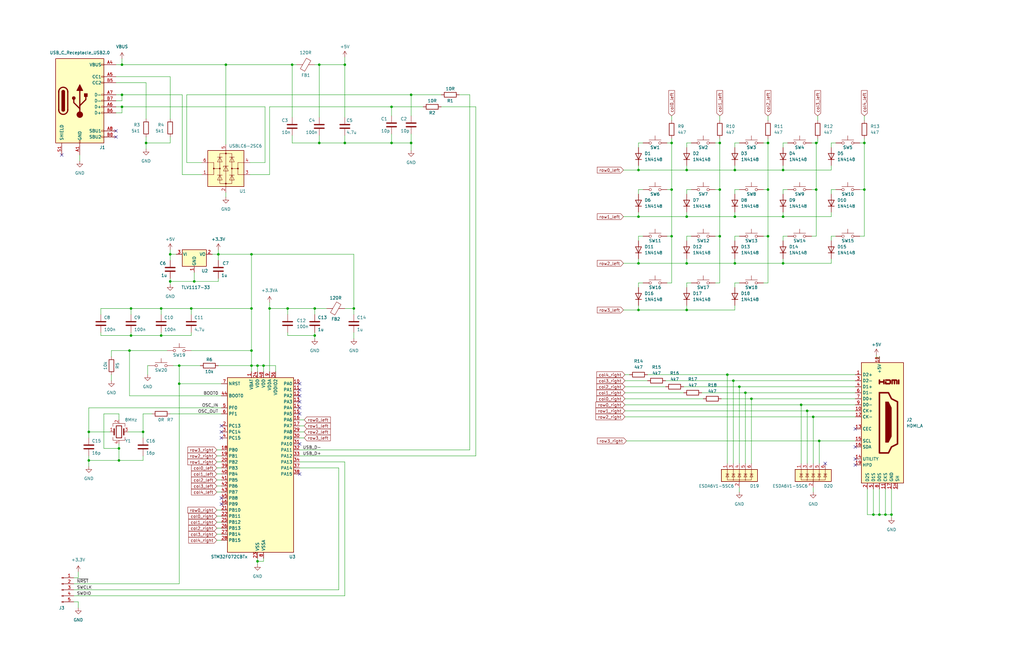
<source format=kicad_sch>
(kicad_sch (version 20230121) (generator eeschema)
  (paper "B")
  (junction (at 289.56 91.44))
  (junction (at 344.17 80.01))
  (junction (at 108.585 154.305))
  (junction (at 75.565 154.305))
  (junction (at 121.285 130.175))
  (junction (at 106.045 130.175))
  (junction (at 134.62 60.325))
  (junction (at 71.755 107.315))
  (junction (at 60.325 182.245))
  (junction (at 149.225 130.175))
  (junction (at 306.705 158.115))
  (junction (at 345.44 186.055))
  (junction (at 303.53 80.01))
  (junction (at 132.715 130.175))
  (junction (at 145.415 60.325))
  (junction (at 309.88 71.755))
  (junction (at 108.585 236.855))
  (junction (at 342.9 175.895))
  (junction (at 111.125 154.305))
  (junction (at 92.075 107.315))
  (junction (at 344.17 60.325))
  (junction (at 67.945 141.605))
  (junction (at 330.2 71.755))
  (junction (at 323.85 99.695))
  (junction (at 113.665 130.175))
  (junction (at 289.56 71.755))
  (junction (at 303.53 60.325))
  (junction (at 165.1 45.085))
  (junction (at 132.715 141.605))
  (junction (at 283.21 60.325))
  (junction (at 173.355 60.325))
  (junction (at 269.24 91.44))
  (junction (at 323.85 60.325))
  (junction (at 303.53 99.695))
  (junction (at 50.165 189.23))
  (junction (at 330.2 91.44))
  (junction (at 75.565 161.925))
  (junction (at 51.435 27.305))
  (junction (at 375.92 217.17))
  (junction (at 309.88 111.125))
  (junction (at 173.355 40.005))
  (junction (at 368.3 217.17))
  (junction (at 134.62 27.305))
  (junction (at 51.435 40.005))
  (junction (at 269.24 111.125))
  (junction (at 55.245 141.605))
  (junction (at 95.25 27.305))
  (junction (at 165.1 60.325))
  (junction (at 37.465 194.31))
  (junction (at 106.045 154.305))
  (junction (at 80.645 130.175))
  (junction (at 269.24 71.755))
  (junction (at 373.38 217.17))
  (junction (at 55.245 130.175))
  (junction (at 311.785 163.195))
  (junction (at 67.945 130.175))
  (junction (at 340.36 173.355))
  (junction (at 106.045 147.955))
  (junction (at 37.465 182.245))
  (junction (at 51.435 45.085))
  (junction (at 314.325 165.735))
  (junction (at 50.165 194.31))
  (junction (at 71.755 118.745))
  (junction (at 283.21 99.695))
  (junction (at 309.88 91.44))
  (junction (at 289.56 130.81))
  (junction (at 309.245 160.655))
  (junction (at 323.85 80.01))
  (junction (at 330.2 111.125))
  (junction (at 364.49 60.325))
  (junction (at 364.49 80.01))
  (junction (at 337.82 170.815))
  (junction (at 54.61 147.955))
  (junction (at 289.56 111.125))
  (junction (at 61.595 60.325))
  (junction (at 370.84 217.17))
  (junction (at 145.415 27.305))
  (junction (at 123.19 27.305))
  (junction (at 269.24 130.81))
  (junction (at 283.21 80.01))
  (junction (at 81.915 118.745))
  (junction (at 316.865 168.275))
  (junction (at 106.045 107.315))
  (no_connect (at 93.345 212.725))
  (no_connect (at 48.895 55.245))
  (no_connect (at 360.68 196.215))
  (no_connect (at 126.365 174.625))
  (no_connect (at 93.345 210.185))
  (no_connect (at 360.68 188.595))
  (no_connect (at 93.345 179.705))
  (no_connect (at 26.035 65.405))
  (no_connect (at 126.365 187.325))
  (no_connect (at 93.345 182.245))
  (no_connect (at 360.68 193.675))
  (no_connect (at 126.365 172.085))
  (no_connect (at 347.98 195.58))
  (no_connect (at 126.365 161.925))
  (no_connect (at 126.365 167.005))
  (no_connect (at 360.68 180.975))
  (no_connect (at 126.365 169.545))
  (no_connect (at 93.345 184.785))
  (no_connect (at 48.895 57.785))
  (no_connect (at 126.365 200.025))
  (no_connect (at 126.365 164.465))
  (wire (pts (xy 80.645 141.605) (xy 80.645 140.335)))
  (wire (pts (xy 365.76 217.17) (xy 368.3 217.17)))
  (wire (pts (xy 132.715 130.175) (xy 137.795 130.175)))
  (wire (pts (xy 269.24 99.695) (xy 271.145 99.695)))
  (wire (pts (xy 132.715 140.335) (xy 132.715 141.605)))
  (wire (pts (xy 309.88 91.44) (xy 330.2 91.44)))
  (wire (pts (xy 303.53 80.01) (xy 303.53 99.695)))
  (wire (pts (xy 37.465 194.31) (xy 50.165 194.31)))
  (wire (pts (xy 370.84 217.17) (xy 373.38 217.17)))
  (wire (pts (xy 111.125 156.845) (xy 111.125 154.305)))
  (wire (pts (xy 303.53 48.895) (xy 303.53 50.8)))
  (wire (pts (xy 309.88 99.695) (xy 311.785 99.695)))
  (wire (pts (xy 134.62 27.305) (xy 145.415 27.305)))
  (wire (pts (xy 92.075 154.305) (xy 106.045 154.305)))
  (wire (pts (xy 323.85 99.695) (xy 323.85 119.38)))
  (wire (pts (xy 51.435 40.005) (xy 48.895 40.005)))
  (wire (pts (xy 301.625 119.38) (xy 303.53 119.38)))
  (wire (pts (xy 60.325 174.625) (xy 60.325 182.245)))
  (wire (pts (xy 126.365 177.165) (xy 128.27 177.165)))
  (wire (pts (xy 289.56 130.81) (xy 309.88 130.81)))
  (wire (pts (xy 269.24 109.22) (xy 269.24 111.125)))
  (wire (pts (xy 126.365 182.245) (xy 128.27 182.245)))
  (wire (pts (xy 173.355 60.325) (xy 165.1 60.325)))
  (wire (pts (xy 289.56 109.22) (xy 289.56 111.125)))
  (wire (pts (xy 337.82 170.815) (xy 360.68 170.815)))
  (wire (pts (xy 311.785 195.58) (xy 311.785 163.195)))
  (wire (pts (xy 350.52 60.325) (xy 350.52 62.23)))
  (wire (pts (xy 269.24 130.81) (xy 289.56 130.81)))
  (wire (pts (xy 263.525 168.275) (xy 296.545 168.275)))
  (wire (pts (xy 314.325 165.735) (xy 360.68 165.735)))
  (wire (pts (xy 309.88 71.755) (xy 309.88 69.85)))
  (wire (pts (xy 263.525 160.655) (xy 273.05 160.655)))
  (wire (pts (xy 132.715 141.605) (xy 121.285 141.605)))
  (wire (pts (xy 145.415 60.325) (xy 165.1 60.325)))
  (wire (pts (xy 108.585 156.845) (xy 108.585 154.305)))
  (wire (pts (xy 78.74 68.58) (xy 78.74 40.005)))
  (wire (pts (xy 91.44 225.425) (xy 93.345 225.425)))
  (wire (pts (xy 46.99 147.955) (xy 46.99 150.495)))
  (wire (pts (xy 311.785 205.74) (xy 311.785 207.645)))
  (wire (pts (xy 121.285 130.175) (xy 121.285 132.715)))
  (wire (pts (xy 273.05 158.115) (xy 306.705 158.115)))
  (wire (pts (xy 364.49 60.325) (xy 364.49 80.01)))
  (wire (pts (xy 186.055 40.005) (xy 173.355 40.005)))
  (wire (pts (xy 126.365 189.865) (xy 198.12 189.865)))
  (wire (pts (xy 149.225 130.175) (xy 149.225 132.715)))
  (wire (pts (xy 116.205 154.305) (xy 111.125 154.305)))
  (wire (pts (xy 50.165 194.31) (xy 60.325 194.31)))
  (wire (pts (xy 145.415 194.945) (xy 145.415 251.46)))
  (wire (pts (xy 309.88 119.38) (xy 311.785 119.38)))
  (wire (pts (xy 61.595 60.325) (xy 61.595 62.865)))
  (wire (pts (xy 67.945 130.175) (xy 67.945 132.715)))
  (wire (pts (xy 50.165 194.31) (xy 50.165 189.23)))
  (wire (pts (xy 51.435 40.005) (xy 76.835 40.005)))
  (wire (pts (xy 46.99 158.115) (xy 46.99 160.655)))
  (wire (pts (xy 368.3 206.375) (xy 368.3 217.17)))
  (wire (pts (xy 113.665 73.66) (xy 113.665 45.085)))
  (wire (pts (xy 350.52 80.01) (xy 350.52 81.915)))
  (wire (pts (xy 55.245 141.605) (xy 67.945 141.605)))
  (wire (pts (xy 362.585 99.695) (xy 364.49 99.695)))
  (wire (pts (xy 332.105 80.01) (xy 330.2 80.01)))
  (wire (pts (xy 108.585 236.855) (xy 111.125 236.855)))
  (wire (pts (xy 283.21 99.695) (xy 283.21 119.38)))
  (wire (pts (xy 289.56 71.755) (xy 289.56 69.85)))
  (wire (pts (xy 301.625 99.695) (xy 303.53 99.695)))
  (wire (pts (xy 106.045 147.955) (xy 106.045 154.305)))
  (wire (pts (xy 60.325 192.405) (xy 60.325 194.31)))
  (wire (pts (xy 281.305 99.695) (xy 283.21 99.695)))
  (wire (pts (xy 365.76 206.375) (xy 365.76 217.17)))
  (wire (pts (xy 80.645 147.955) (xy 106.045 147.955)))
  (wire (pts (xy 283.21 80.01) (xy 283.21 99.695)))
  (wire (pts (xy 91.44 220.345) (xy 93.345 220.345)))
  (wire (pts (xy 46.99 147.955) (xy 54.61 147.955)))
  (wire (pts (xy 71.755 118.745) (xy 81.915 118.745)))
  (wire (pts (xy 149.225 107.315) (xy 149.225 130.175)))
  (wire (pts (xy 173.355 56.515) (xy 173.355 60.325)))
  (wire (pts (xy 71.755 32.385) (xy 48.895 32.385)))
  (wire (pts (xy 330.2 91.44) (xy 350.52 91.44)))
  (wire (pts (xy 309.88 71.755) (xy 330.2 71.755)))
  (wire (pts (xy 173.355 40.005) (xy 173.355 48.895)))
  (wire (pts (xy 289.56 119.38) (xy 291.465 119.38)))
  (wire (pts (xy 309.245 160.655) (xy 360.68 160.655)))
  (wire (pts (xy 269.24 60.325) (xy 269.24 62.23)))
  (wire (pts (xy 289.56 111.125) (xy 309.88 111.125)))
  (wire (pts (xy 269.24 80.01) (xy 269.24 81.915)))
  (wire (pts (xy 178.435 45.085) (xy 165.1 45.085)))
  (wire (pts (xy 373.38 217.17) (xy 375.92 217.17)))
  (wire (pts (xy 350.52 109.22) (xy 350.52 111.125)))
  (wire (pts (xy 316.865 195.58) (xy 316.865 168.275)))
  (wire (pts (xy 61.595 60.325) (xy 71.755 60.325)))
  (wire (pts (xy 62.23 154.305) (xy 62.23 158.115)))
  (wire (pts (xy 303.53 60.325) (xy 303.53 80.01)))
  (wire (pts (xy 31.115 248.92) (xy 142.875 248.92)))
  (wire (pts (xy 126.365 197.485) (xy 142.875 197.485)))
  (wire (pts (xy 48.895 47.625) (xy 51.435 47.625)))
  (wire (pts (xy 91.44 189.865) (xy 93.345 189.865)))
  (wire (pts (xy 342.9 205.74) (xy 342.9 207.645)))
  (wire (pts (xy 344.17 80.01) (xy 344.17 99.695)))
  (wire (pts (xy 76.835 40.005) (xy 76.835 73.66)))
  (wire (pts (xy 123.19 27.305) (xy 123.19 49.53)))
  (wire (pts (xy 145.415 60.325) (xy 145.415 57.15)))
  (wire (pts (xy 316.865 168.275) (xy 360.68 168.275)))
  (wire (pts (xy 60.325 182.245) (xy 53.975 182.245)))
  (wire (pts (xy 309.88 89.535) (xy 309.88 91.44)))
  (wire (pts (xy 71.755 57.785) (xy 71.755 60.325)))
  (wire (pts (xy 330.2 101.6) (xy 330.2 99.695)))
  (wire (pts (xy 76.835 73.66) (xy 85.09 73.66)))
  (wire (pts (xy 31.115 246.38) (xy 75.565 246.38)))
  (wire (pts (xy 132.715 130.175) (xy 132.715 132.715)))
  (wire (pts (xy 80.645 130.175) (xy 67.945 130.175)))
  (wire (pts (xy 198.12 40.005) (xy 193.675 40.005)))
  (wire (pts (xy 173.355 60.325) (xy 173.355 63.5)))
  (wire (pts (xy 370.84 206.375) (xy 370.84 217.17)))
  (wire (pts (xy 362.585 60.325) (xy 364.49 60.325)))
  (wire (pts (xy 263.525 158.115) (xy 265.43 158.115)))
  (wire (pts (xy 43.815 174.625) (xy 43.815 189.23)))
  (wire (pts (xy 309.88 111.125) (xy 330.2 111.125)))
  (wire (pts (xy 321.945 119.38) (xy 323.85 119.38)))
  (wire (pts (xy 311.785 60.325) (xy 309.88 60.325)))
  (wire (pts (xy 113.665 127.635) (xy 113.665 130.175)))
  (wire (pts (xy 330.2 109.22) (xy 330.2 111.125)))
  (wire (pts (xy 80.645 130.175) (xy 80.645 132.715)))
  (wire (pts (xy 116.205 156.845) (xy 116.205 154.305)))
  (wire (pts (xy 55.245 130.175) (xy 55.245 132.715)))
  (wire (pts (xy 92.075 107.315) (xy 106.045 107.315)))
  (wire (pts (xy 91.44 217.805) (xy 93.345 217.805)))
  (wire (pts (xy 106.045 156.845) (xy 106.045 154.305)))
  (wire (pts (xy 342.9 195.58) (xy 342.9 175.895)))
  (wire (pts (xy 55.245 130.175) (xy 42.545 130.175)))
  (wire (pts (xy 75.565 154.305) (xy 75.565 161.925)))
  (wire (pts (xy 314.325 195.58) (xy 314.325 165.735)))
  (wire (pts (xy 301.625 80.01) (xy 303.53 80.01)))
  (wire (pts (xy 111.125 236.855) (xy 111.125 235.585)))
  (wire (pts (xy 263.525 163.195) (xy 280.67 163.195)))
  (wire (pts (xy 71.755 174.625) (xy 93.345 174.625)))
  (wire (pts (xy 321.945 80.01) (xy 323.85 80.01)))
  (wire (pts (xy 289.56 60.325) (xy 289.56 62.23)))
  (wire (pts (xy 332.105 60.325) (xy 330.2 60.325)))
  (wire (pts (xy 33.02 243.84) (xy 33.02 241.3)))
  (wire (pts (xy 75.565 161.925) (xy 93.345 161.925)))
  (wire (pts (xy 91.44 192.405) (xy 93.345 192.405)))
  (wire (pts (xy 345.44 195.58) (xy 345.44 186.055)))
  (wire (pts (xy 337.82 195.58) (xy 337.82 170.815)))
  (wire (pts (xy 344.805 60.325) (xy 344.17 60.325)))
  (wire (pts (xy 263.525 165.735) (xy 288.29 165.735)))
  (wire (pts (xy 50.165 187.325) (xy 50.165 189.23)))
  (wire (pts (xy 262.89 130.81) (xy 269.24 130.81)))
  (wire (pts (xy 71.755 107.315) (xy 71.755 109.855)))
  (wire (pts (xy 91.44 215.265) (xy 93.345 215.265)))
  (wire (pts (xy 342.265 80.01) (xy 344.17 80.01)))
  (wire (pts (xy 350.52 99.695) (xy 352.425 99.695)))
  (wire (pts (xy 126.365 194.945) (xy 145.415 194.945)))
  (wire (pts (xy 269.24 71.755) (xy 289.56 71.755)))
  (wire (pts (xy 149.225 140.335) (xy 149.225 142.875)))
  (wire (pts (xy 91.44 222.885) (xy 93.345 222.885)))
  (wire (pts (xy 291.465 80.01) (xy 289.56 80.01)))
  (wire (pts (xy 269.24 71.755) (xy 269.24 69.85)))
  (wire (pts (xy 33.02 254) (xy 33.02 256.54)))
  (wire (pts (xy 342.265 99.695) (xy 344.17 99.695)))
  (wire (pts (xy 85.09 68.58) (xy 78.74 68.58)))
  (wire (pts (xy 323.85 60.325) (xy 323.85 80.01)))
  (wire (pts (xy 281.305 119.38) (xy 283.21 119.38)))
  (wire (pts (xy 37.465 182.245) (xy 46.355 182.245)))
  (wire (pts (xy 321.945 99.695) (xy 323.85 99.695)))
  (wire (pts (xy 269.24 89.535) (xy 269.24 91.44)))
  (wire (pts (xy 108.585 236.855) (xy 108.585 238.125)))
  (wire (pts (xy 330.2 80.01) (xy 330.2 81.915)))
  (wire (pts (xy 262.89 91.44) (xy 269.24 91.44)))
  (wire (pts (xy 37.465 172.085) (xy 93.345 172.085)))
  (wire (pts (xy 263.525 170.815) (xy 337.82 170.815)))
  (wire (pts (xy 364.49 48.895) (xy 364.49 50.8)))
  (wire (pts (xy 95.25 27.305) (xy 95.25 60.96)))
  (wire (pts (xy 71.755 50.165) (xy 71.755 32.385)))
  (wire (pts (xy 123.19 57.15) (xy 123.19 60.325)))
  (wire (pts (xy 309.88 80.01) (xy 309.88 81.915)))
  (wire (pts (xy 51.435 24.765) (xy 51.435 27.305)))
  (wire (pts (xy 330.2 71.755) (xy 330.2 69.85)))
  (wire (pts (xy 271.145 80.01) (xy 269.24 80.01)))
  (wire (pts (xy 263.525 175.895) (xy 342.9 175.895)))
  (wire (pts (xy 345.44 186.055) (xy 360.68 186.055)))
  (wire (pts (xy 92.075 107.315) (xy 92.075 109.855)))
  (wire (pts (xy 264.16 186.055) (xy 345.44 186.055)))
  (wire (pts (xy 91.44 205.105) (xy 93.345 205.105)))
  (wire (pts (xy 295.91 165.735) (xy 314.325 165.735)))
  (wire (pts (xy 369.57 151.13) (xy 369.57 149.86)))
  (wire (pts (xy 165.1 56.515) (xy 165.1 60.325)))
  (wire (pts (xy 269.24 119.38) (xy 271.145 119.38)))
  (wire (pts (xy 108.585 154.305) (xy 106.045 154.305)))
  (wire (pts (xy 111.76 68.58) (xy 105.41 68.58)))
  (wire (pts (xy 89.535 107.315) (xy 92.075 107.315)))
  (wire (pts (xy 37.465 194.31) (xy 37.465 196.85)))
  (wire (pts (xy 263.525 173.355) (xy 340.36 173.355)))
  (wire (pts (xy 165.1 45.085) (xy 165.1 48.895)))
  (wire (pts (xy 106.045 107.315) (xy 149.225 107.315)))
  (wire (pts (xy 311.785 80.01) (xy 309.88 80.01)))
  (wire (pts (xy 91.44 227.965) (xy 93.345 227.965)))
  (wire (pts (xy 269.24 121.285) (xy 269.24 119.38)))
  (wire (pts (xy 340.36 195.58) (xy 340.36 173.355)))
  (wire (pts (xy 54.61 167.005) (xy 54.61 147.955)))
  (wire (pts (xy 342.9 175.895) (xy 360.68 175.895)))
  (wire (pts (xy 121.285 130.175) (xy 132.715 130.175)))
  (wire (pts (xy 67.945 141.605) (xy 80.645 141.605)))
  (wire (pts (xy 37.465 182.245) (xy 37.465 184.785)))
  (wire (pts (xy 43.815 189.23) (xy 50.165 189.23)))
  (wire (pts (xy 134.62 60.325) (xy 123.19 60.325)))
  (wire (pts (xy 126.365 192.405) (xy 200.66 192.405)))
  (wire (pts (xy 344.805 48.895) (xy 344.805 50.8)))
  (wire (pts (xy 71.755 117.475) (xy 71.755 118.745)))
  (wire (pts (xy 51.435 27.305) (xy 95.25 27.305)))
  (wire (pts (xy 198.12 40.005) (xy 198.12 189.865)))
  (wire (pts (xy 269.24 101.6) (xy 269.24 99.695)))
  (wire (pts (xy 364.49 80.01) (xy 364.49 99.695)))
  (wire (pts (xy 283.21 48.895) (xy 283.21 50.8)))
  (wire (pts (xy 283.21 60.325) (xy 283.21 80.01)))
  (wire (pts (xy 37.465 192.405) (xy 37.465 194.31)))
  (wire (pts (xy 51.435 47.625) (xy 51.435 45.085)))
  (wire (pts (xy 289.56 101.6) (xy 289.56 99.695)))
  (wire (pts (xy 106.045 107.315) (xy 106.045 130.175)))
  (wire (pts (xy 145.415 130.175) (xy 149.225 130.175)))
  (wire (pts (xy 71.755 107.315) (xy 74.295 107.315)))
  (wire (pts (xy 67.945 130.175) (xy 55.245 130.175)))
  (wire (pts (xy 50.165 174.625) (xy 43.815 174.625)))
  (wire (pts (xy 352.425 60.325) (xy 350.52 60.325)))
  (wire (pts (xy 42.545 141.605) (xy 55.245 141.605)))
  (wire (pts (xy 91.44 207.645) (xy 93.345 207.645)))
  (wire (pts (xy 309.88 101.6) (xy 309.88 99.695)))
  (wire (pts (xy 134.62 57.15) (xy 134.62 60.325)))
  (wire (pts (xy 262.89 71.755) (xy 269.24 71.755)))
  (wire (pts (xy 288.29 163.195) (xy 311.785 163.195)))
  (wire (pts (xy 121.285 141.605) (xy 121.285 140.335)))
  (wire (pts (xy 303.53 99.695) (xy 303.53 119.38)))
  (wire (pts (xy 123.19 27.305) (xy 125.095 27.305)))
  (wire (pts (xy 311.785 163.195) (xy 360.68 163.195)))
  (wire (pts (xy 350.52 89.535) (xy 350.52 91.44)))
  (wire (pts (xy 134.62 60.325) (xy 145.415 60.325)))
  (wire (pts (xy 78.74 40.005) (xy 173.355 40.005)))
  (wire (pts (xy 91.44 202.565) (xy 93.345 202.565)))
  (wire (pts (xy 289.56 80.01) (xy 289.56 81.915)))
  (wire (pts (xy 309.88 60.325) (xy 309.88 62.23)))
  (wire (pts (xy 364.49 58.42) (xy 364.49 60.325)))
  (wire (pts (xy 111.76 45.085) (xy 111.76 68.58)))
  (wire (pts (xy 51.435 45.085) (xy 48.895 45.085)))
  (wire (pts (xy 126.365 179.705) (xy 128.27 179.705)))
  (wire (pts (xy 50.165 177.165) (xy 50.165 174.625)))
  (wire (pts (xy 330.2 60.325) (xy 330.2 62.23)))
  (wire (pts (xy 309.88 121.285) (xy 309.88 119.38)))
  (wire (pts (xy 71.755 118.745) (xy 71.755 120.015)))
  (wire (pts (xy 340.36 173.355) (xy 360.68 173.355)))
  (wire (pts (xy 289.56 71.755) (xy 309.88 71.755)))
  (wire (pts (xy 330.2 89.535) (xy 330.2 91.44)))
  (wire (pts (xy 80.645 130.175) (xy 106.045 130.175)))
  (wire (pts (xy 309.88 130.81) (xy 309.88 128.905)))
  (wire (pts (xy 60.325 182.245) (xy 60.325 184.785)))
  (wire (pts (xy 134.62 27.305) (xy 132.715 27.305)))
  (wire (pts (xy 271.145 60.325) (xy 269.24 60.325)))
  (wire (pts (xy 304.165 168.275) (xy 316.865 168.275)))
  (wire (pts (xy 309.245 195.58) (xy 309.245 160.655)))
  (wire (pts (xy 145.415 251.46) (xy 31.115 251.46)))
  (wire (pts (xy 95.25 27.305) (xy 123.19 27.305)))
  (wire (pts (xy 60.325 174.625) (xy 64.135 174.625)))
  (wire (pts (xy 75.565 154.305) (xy 84.455 154.305)))
  (wire (pts (xy 105.41 73.66) (xy 113.665 73.66)))
  (wire (pts (xy 323.85 58.42) (xy 323.85 60.325)))
  (wire (pts (xy 106.045 130.175) (xy 106.045 147.955)))
  (wire (pts (xy 281.305 80.01) (xy 283.21 80.01)))
  (wire (pts (xy 113.665 45.085) (xy 165.1 45.085)))
  (wire (pts (xy 51.435 45.085) (xy 111.76 45.085)))
  (wire (pts (xy 283.21 58.42) (xy 283.21 60.325)))
  (wire (pts (xy 71.755 105.41) (xy 71.755 107.315)))
  (wire (pts (xy 75.565 161.925) (xy 75.565 246.38)))
  (wire (pts (xy 301.625 60.325) (xy 303.53 60.325)))
  (wire (pts (xy 48.895 34.925) (xy 61.595 34.925)))
  (wire (pts (xy 111.125 154.305) (xy 108.585 154.305)))
  (wire (pts (xy 126.365 184.785) (xy 128.27 184.785)))
  (wire (pts (xy 350.52 101.6) (xy 350.52 99.695)))
  (wire (pts (xy 33.02 243.84) (xy 31.115 243.84)))
  (wire (pts (xy 108.585 235.585) (xy 108.585 236.855)))
  (wire (pts (xy 362.585 80.01) (xy 364.49 80.01)))
  (wire (pts (xy 92.075 118.745) (xy 92.075 117.475)))
  (wire (pts (xy 306.705 158.115) (xy 306.705 195.58)))
  (wire (pts (xy 321.945 60.325) (xy 323.85 60.325)))
  (wire (pts (xy 370.84 151.13) (xy 370.84 150.495)))
  (wire (pts (xy 91.44 197.485) (xy 93.345 197.485)))
  (wire (pts (xy 81.915 118.745) (xy 81.915 114.935)))
  (wire (pts (xy 373.38 206.375) (xy 373.38 217.17)))
  (wire (pts (xy 289.56 99.695) (xy 291.465 99.695)))
  (wire (pts (xy 33.655 65.405) (xy 33.655 67.945)))
  (wire (pts (xy 51.435 27.305) (xy 48.895 27.305)))
  (wire (pts (xy 51.435 42.545) (xy 51.435 40.005)))
  (wire (pts (xy 93.345 167.005) (xy 54.61 167.005)))
  (wire (pts (xy 142.875 197.485) (xy 142.875 248.92)))
  (wire (pts (xy 289.56 121.285) (xy 289.56 119.38)))
  (wire (pts (xy 330.2 99.695) (xy 332.105 99.695)))
  (wire (pts (xy 145.415 49.53) (xy 145.415 27.305)))
  (wire (pts (xy 81.915 118.745) (xy 92.075 118.745)))
  (wire (pts (xy 360.68 158.115) (xy 306.705 158.115)))
  (wire (pts (xy 31.115 254) (xy 33.02 254)))
  (wire (pts (xy 134.62 49.53) (xy 134.62 27.305)))
  (wire (pts (xy 61.595 34.925) (xy 61.595 50.165)))
  (wire (pts (xy 289.56 128.905) (xy 289.56 130.81)))
  (wire (pts (xy 91.44 194.945) (xy 93.345 194.945)))
  (wire (pts (xy 132.715 141.605) (xy 132.715 142.875)))
  (wire (pts (xy 269.24 91.44) (xy 289.56 91.44)))
  (wire (pts (xy 323.85 80.01) (xy 323.85 99.695)))
  (wire (pts (xy 73.025 154.305) (xy 75.565 154.305)))
  (wire (pts (xy 291.465 60.325) (xy 289.56 60.325)))
  (wire (pts (xy 61.595 60.325) (xy 61.595 57.785)))
  (wire (pts (xy 67.945 141.605) (xy 67.945 140.335)))
  (wire (pts (xy 269.24 128.905) (xy 269.24 130.81)))
  (wire (pts (xy 330.2 111.125) (xy 350.52 111.125)))
  (wire (pts (xy 375.92 217.17) (xy 375.92 218.44)))
  (wire (pts (xy 42.545 130.175) (xy 42.545 132.715)))
  (wire (pts (xy 262.89 111.125) (xy 269.24 111.125)))
  (wire (pts (xy 368.3 217.17) (xy 370.84 217.17)))
  (wire (pts (xy 375.92 206.375) (xy 375.92 217.17)))
  (wire (pts (xy 200.66 45.085) (xy 200.66 192.405)))
  (wire (pts (xy 344.17 60.325) (xy 344.17 80.01)))
  (wire (pts (xy 309.88 109.22) (xy 309.88 111.125)))
  (wire (pts (xy 289.56 89.535) (xy 289.56 91.44)))
  (wire (pts (xy 269.24 111.125) (xy 289.56 111.125)))
  (wire (pts (xy 200.66 45.085) (xy 186.055 45.085)))
  (wire (pts (xy 289.56 91.44) (xy 309.88 91.44)))
  (wire (pts (xy 350.52 71.755) (xy 350.52 69.85)))
  (wire (pts (xy 92.075 105.41) (xy 92.075 107.315)))
  (wire (pts (xy 42.545 140.335) (xy 42.545 141.605)))
  (wire (pts (xy 55.245 141.605) (xy 55.245 140.335)))
  (wire (pts (xy 352.425 80.01) (xy 350.52 80.01)))
  (wire (pts (xy 323.85 48.895) (xy 323.85 50.8)))
  (wire (pts (xy 91.44 200.025) (xy 93.345 200.025)))
  (wire (pts (xy 330.2 71.755) (xy 350.52 71.755)))
  (wire (pts (xy 113.665 130.175) (xy 121.285 130.175)))
  (wire (pts (xy 95.25 81.28) (xy 95.25 83.185)))
  (wire (pts (xy 54.61 147.955) (xy 70.485 147.955)))
  (wire (pts (xy 48.895 42.545) (xy 51.435 42.545)))
  (wire (pts (xy 370.84 151.13) (xy 369.57 151.13)))
  (wire (pts (xy 342.265 60.325) (xy 344.17 60.325)))
  (wire (pts (xy 281.305 60.325) (xy 283.21 60.325)))
  (wire (pts (xy 145.415 24.13) (xy 145.415 27.305)))
  (wire (pts (xy 280.67 160.655) (xy 309.245 160.655)))
  (wire (pts (xy 37.465 172.085) (xy 37.465 182.245)))
  (wire (pts (xy 62.23 154.305) (xy 62.865 154.305)))
  (wire (pts (xy 113.665 130.175) (xy 113.665 156.845)))
  (wire (pts (xy 303.53 58.42) (xy 303.53 60.325)))
  (wire (pts (xy 344.805 58.42) (xy 344.805 60.325)))
  (label "USB_D-" (at 127.635 189.865 0))
  (label "BOOT0" (at 92.075 167.005 180))
  (label "~{NRST}" (at 32.385 246.38 0))
  (label "OSC_IN" (at 92.075 172.085 180))
  (label "SWCLK" (at 32.385 248.92 0))
  (label "OSC_OUT" (at 92.075 174.625 180))
  (label "USB_D+" (at 127.635 192.405 0))
  (label "SWDIO" (at 32.385 251.46 0))
  (global_label "col4_left" (shape input) (at 364.49 48.895 90) (property "Intersheetrefs" "${INTERSHEET_REFS}" (effects hide)))
  (global_label "row0_right" (shape input) (at 91.44 215.265 180) (property "Intersheetrefs" "${INTERSHEET_REFS}" (effects hide)))
  (global_label "row3_right" (shape input) (at 91.44 189.865 180) (property "Intersheetrefs" "${INTERSHEET_REFS}" (effects hide)))
  (global_label "row1_left" (shape input) (at 262.89 91.44 180) (property "Intersheetrefs" "${INTERSHEET_REFS}" (effects hide)))
  (global_label "row3_right" (shape input) (at 264.16 186.055 180) (property "Intersheetrefs" "${INTERSHEET_REFS}" (effects hide)))
  (global_label "row2_right" (shape input) (at 263.525 175.895 180) (property "Intersheetrefs" "${INTERSHEET_REFS}" (effects hide)))
  (global_label "col4_right" (shape input) (at 263.525 158.115 180) (property "Intersheetrefs" "${INTERSHEET_REFS}" (effects hide)))
  (global_label "col4_left" (shape input) (at 91.44 207.645 180) (property "Intersheetrefs" "${INTERSHEET_REFS}" (effects hide)))
  (global_label "col3_right" (shape input) (at 263.525 160.655 180) (property "Intersheetrefs" "${INTERSHEET_REFS}" (effects hide)))
  (global_label "col1_right" (shape input) (at 91.44 220.345 180) (property "Intersheetrefs" "${INTERSHEET_REFS}" (effects hide)))
  (global_label "col2_right" (shape input) (at 263.525 163.195 180) (property "Intersheetrefs" "${INTERSHEET_REFS}" (effects hide)))
  (global_label "col0_left" (shape input) (at 91.44 197.485 180) (property "Intersheetrefs" "${INTERSHEET_REFS}" (effects hide)))
  (global_label "col1_left" (shape input) (at 303.53 48.895 90) (property "Intersheetrefs" "${INTERSHEET_REFS}" (effects hide)))
  (global_label "col0_right" (shape input) (at 91.44 217.805 180) (property "Intersheetrefs" "${INTERSHEET_REFS}" (effects hide)))
  (global_label "row1_right" (shape input) (at 91.44 194.945 180) (property "Intersheetrefs" "${INTERSHEET_REFS}" (effects hide)))
  (global_label "col0_right" (shape input) (at 263.525 168.275 180) (property "Intersheetrefs" "${INTERSHEET_REFS}" (effects hide)))
  (global_label "row1_right" (shape input) (at 263.525 173.355 180) (property "Intersheetrefs" "${INTERSHEET_REFS}" (effects hide)))
  (global_label "row0_left" (shape input) (at 128.27 177.165 0) (property "Intersheetrefs" "${INTERSHEET_REFS}" (effects hide)))
  (global_label "col1_right" (shape input) (at 263.525 165.735 180) (property "Intersheetrefs" "${INTERSHEET_REFS}" (effects hide)))
  (global_label "col1_left" (shape input) (at 91.44 200.025 180) (property "Intersheetrefs" "${INTERSHEET_REFS}" (effects hide)))
  (global_label "col4_right" (shape input) (at 91.44 227.965 180) (property "Intersheetrefs" "${INTERSHEET_REFS}" (effects hide)))
  (global_label "col3_left" (shape input) (at 344.805 48.895 90) (property "Intersheetrefs" "${INTERSHEET_REFS}" (effects hide)))
  (global_label "row3_left" (shape input) (at 262.89 130.81 180) (property "Intersheetrefs" "${INTERSHEET_REFS}" (effects hide)))
  (global_label "col3_right" (shape input) (at 91.44 225.425 180) (property "Intersheetrefs" "${INTERSHEET_REFS}" (effects hide)))
  (global_label "col3_left" (shape input) (at 91.44 205.105 180) (property "Intersheetrefs" "${INTERSHEET_REFS}" (effects hide)))
  (global_label "row0_left" (shape input) (at 262.89 71.755 180) (property "Intersheetrefs" "${INTERSHEET_REFS}" (effects hide)))
  (global_label "col2_left" (shape input) (at 91.44 202.565 180) (property "Intersheetrefs" "${INTERSHEET_REFS}" (effects hide)))
  (global_label "row1_left" (shape input) (at 128.27 179.705 0) (property "Intersheetrefs" "${INTERSHEET_REFS}" (effects hide)))
  (global_label "row2_left" (shape input) (at 262.89 111.125 180) (property "Intersheetrefs" "${INTERSHEET_REFS}" (effects hide)))
  (global_label "col2_right" (shape input) (at 91.44 222.885 180) (property "Intersheetrefs" "${INTERSHEET_REFS}" (effects hide)))
  (global_label "row0_right" (shape input) (at 263.525 170.815 180) (property "Intersheetrefs" "${INTERSHEET_REFS}" (effects hide)))
  (global_label "col2_left" (shape input) (at 323.85 48.895 90) (property "Intersheetrefs" "${INTERSHEET_REFS}" (effects hide)))
  (global_label "row2_right" (shape input) (at 91.44 192.405 180) (property "Intersheetrefs" "${INTERSHEET_REFS}" (effects hide)))
  (global_label "row3_left" (shape input) (at 128.27 184.785 0) (property "Intersheetrefs" "${INTERSHEET_REFS}" (effects hide)))
  (global_label "row2_left" (shape input) (at 128.27 182.245 0) (property "Intersheetrefs" "${INTERSHEET_REFS}" (effects hide)))
  (global_label "col0_left" (shape input) (at 283.21 48.895 90) (property "Intersheetrefs" "${INTERSHEET_REFS}" (effects hide)))
  (symbol (lib_id "Switch:SW_Push") (at 337.185 80.01 0) (unit 1)
    (property "Reference" "SW9" (at 337.185 81.915 0))
    (property "Value" "SW_Push" (effects hide))
    (property "Footprint" "kbd:gateron_pro_5_reversible" (effects hide))
  )
  (symbol (lib_id "Device:C") (at 165.1 52.705 0) (unit 1)
    (property "Reference" "C1" (at 160.655 50.165 0) (effects (justify left)))
    (property "Value" "10p" (at 160.655 55.245 0) (effects (justify left)))
    (property "Footprint" "kbd:0603" (effects hide))
  )
  (symbol (lib_id "Regulator_Linear:TLV1117-33") (at 81.915 107.315 0) (unit 1)
    (property "Reference" "U2" (at 86.36 114.3 0))
    (property "Value" "TLV1117-33" (at 82.55 121.285 0))
    (property "Footprint" "kbd:sot223_tl1117" (effects hide))
    (property "Datasheet" "http://www.ti.com/lit/ds/symlink/tlv1117.pdf" (effects hide))
  )
  (symbol (lib_id "Device:R") (at 46.99 154.305 0) (unit 1)
    (property "Reference" "R5" (at 49.53 154.305 90))
    (property "Value" "10k" (at 44.45 154.305 90))
    (property "Footprint" "kbd:0603" (effects hide))
  )
  (symbol (lib_id "Switch:SW_Push") (at 276.225 60.325 0) (unit 1)
    (property "Reference" "SW1" (at 276.225 62.23 0))
    (property "Value" "SW_Push" (effects hide))
    (property "Footprint" "kbd:gateron_pro_5_reversible" (effects hide))
    (property "Datasheet" "https://cdn.shopify.com/s/files/1/0565/8070/2297/files/SPEC-KS-9C10B060NN-X14-G_Blue_Pro_Switch.pdf?v=1670916070" (effects hide))
  )
  (symbol (lib_id "Device:R") (at 182.245 45.085 90) (unit 1)
    (property "Reference" "R2" (at 182.245 47.625 90))
    (property "Value" "10R" (at 182.245 42.545 90))
    (property "Footprint" "kbd:0603" (effects hide))
  )
  (symbol (lib_id "Device:C") (at 42.545 136.525 0) (unit 1)
    (property "Reference" "C8" (at 43.815 133.985 0) (effects (justify left)))
    (property "Value" "100n" (at 43.815 139.065 0) (effects (justify left)))
    (property "Footprint" "kbd:0603" (effects hide))
  )
  (symbol (lib_id "power:GND") (at 46.99 160.655 0) (unit 1)
    (property "Reference" "#PWR015" (effects hide))
    (property "Value" "GND" (at 46.99 165.735 0))
  )
  (symbol (lib_id "Diode:1N4148") (at 269.24 105.41 90) (unit 1)
    (property "Reference" "D11" (at 271.78 104.14 90) (effects (justify right)))
    (property "Value" "1N4148" (at 271.78 106.68 90) (effects (justify right)))
    (property "Footprint" "kbd:sod123_mmszxxxt1g" (effects hide))
    (property "Datasheet" "https://assets.nexperia.com/documents/data-sheet/1N4148_1N4448.pdf" (effects hide))
    (property "Sim.Device" "D" (effects hide))
    (property "Sim.Pins" "1=K 2=A" (effects hide))
  )
  (symbol (lib_id "power:GND") (at 71.755 120.015 0) (unit 1)
    (property "Reference" "#PWR09" (effects hide))
    (property "Value" "GND" (at 71.755 125.095 0))
  )
  (symbol (lib_id "Switch:SW_Push") (at 276.225 99.695 0) (unit 1)
    (property "Reference" "SW11" (at 276.225 101.6 0))
    (property "Value" "SW_Push" (effects hide))
    (property "Footprint" "kbd:gateron_pro_5_reversible" (effects hide))
  )
  (symbol (lib_id "Device:R") (at 284.48 163.195 90) (unit 1)
    (property "Reference" "R16" (at 284.48 157.48 90))
    (property "Value" "4k7" (at 284.48 160.02 90))
    (property "Footprint" "kbd:0603" (effects hide))
  )
  (symbol (lib_id "Device:C") (at 55.245 136.525 0) (unit 1)
    (property "Reference" "C9" (at 56.515 133.985 0) (effects (justify left)))
    (property "Value" "100n" (at 56.515 139.065 0) (effects (justify left)))
    (property "Footprint" "kbd:0603" (effects hide))
  )
  (symbol (lib_id "power:GND") (at 149.225 142.875 0) (unit 1)
    (property "Reference" "#PWR013" (effects hide))
    (property "Value" "GND" (at 149.225 147.955 0))
  )
  (symbol (lib_id "Device:R") (at 323.85 54.61 0) (unit 1)
    (property "Reference" "R11" (at 326.39 53.34 0) (effects (justify left)))
    (property "Value" "4k7" (at 326.39 55.88 0) (effects (justify left)))
    (property "Footprint" "kbd:0603" (effects hide))
  )
  (symbol (lib_id "power:GND") (at 95.25 83.185 0) (mirror y) (unit 1)
    (property "Reference" "#PWR06" (effects hide))
    (property "Value" "GND" (at 95.25 88.265 0))
  )
  (symbol (lib_id "Switch:SW_Push") (at 357.505 99.695 0) (unit 1)
    (property "Reference" "SW15" (at 357.505 101.6 0))
    (property "Value" "SW_Push" (effects hide))
    (property "Footprint" "kbd:gateron_pro_5_reversible" (effects hide))
  )
  (symbol (lib_id "Device:R") (at 67.945 174.625 90) (unit 1)
    (property "Reference" "R7" (at 71.755 177.165 90))
    (property "Value" "0R" (at 67.945 177.165 90))
    (property "Footprint" "kbd:0603" (effects hide))
  )
  (symbol (lib_id "Switch:SW_Push") (at 276.225 119.38 0) (unit 1)
    (property "Reference" "SW16" (at 276.225 121.285 0))
    (property "Value" "SW_Push" (effects hide))
    (property "Footprint" "kbd:gateron_pro_5_reversible" (effects hide))
  )
  (symbol (lib_id "Device:C") (at 121.285 136.525 0) (unit 1)
    (property "Reference" "C12" (at 125.095 135.255 0) (effects (justify left)))
    (property "Value" "100n" (at 125.095 137.795 0) (effects (justify left)))
    (property "Footprint" "kbd:0603" (effects hide))
  )
  (symbol (lib_id "Switch:SW_Push") (at 357.505 80.01 0) (unit 1)
    (property "Reference" "SW10" (at 357.505 81.915 0))
    (property "Value" "SW_Push" (effects hide))
    (property "Footprint" "kbd:gateron_pro_5_reversible" (effects hide))
  )
  (symbol (lib_id "Device:R") (at 300.355 168.275 90) (unit 1)
    (property "Reference" "R18" (at 300.355 162.56 90))
    (property "Value" "4k7" (at 300.355 165.1 90))
    (property "Footprint" "kbd:0603" (effects hide))
  )
  (symbol (lib_id "Diode:1N4148") (at 309.88 105.41 90) (unit 1)
    (property "Reference" "D13" (at 312.42 104.14 90) (effects (justify right)))
    (property "Value" "1N4148" (at 312.42 106.68 90) (effects (justify right)))
    (property "Footprint" "kbd:sod123_mmszxxxt1g" (effects hide))
    (property "Datasheet" "https://assets.nexperia.com/documents/data-sheet/1N4148_1N4448.pdf" (effects hide))
    (property "Sim.Device" "D" (effects hide))
    (property "Sim.Pins" "1=K 2=A" (effects hide))
  )
  (symbol (lib_id "Diode:1N4148") (at 269.24 85.725 90) (unit 1)
    (property "Reference" "D6" (at 271.78 84.455 90) (effects (justify right)))
    (property "Value" "1N4148" (at 271.78 86.995 90) (effects (justify right)))
    (property "Footprint" "kbd:sod123_mmszxxxt1g" (effects hide))
    (property "Datasheet" "https://assets.nexperia.com/documents/data-sheet/1N4148_1N4448.pdf" (effects hide))
    (property "Sim.Device" "D" (effects hide))
    (property "Sim.Pins" "1=K 2=A" (effects hide))
  )
  (symbol (lib_id "Switch:SW_Push") (at 316.865 80.01 0) (unit 1)
    (property "Reference" "SW8" (at 316.865 81.915 0))
    (property "Value" "SW_Push" (effects hide))
    (property "Footprint" "kbd:gateron_pro_5_reversible" (effects hide))
  )
  (symbol (lib_id "Device:Crystal_GND24") (at 50.165 182.245 0) (unit 1)
    (property "Reference" "Y1" (at 53.975 186.055 0))
    (property "Value" "8MHz" (at 55.245 177.165 0))
    (property "Footprint" "kbd:osc_ecx-32" (effects hide))
  )
  (symbol (lib_id "Diode:1N4148") (at 330.2 85.725 90) (unit 1)
    (property "Reference" "D9" (at 332.74 84.455 90) (effects (justify right)))
    (property "Value" "1N4148" (at 332.74 86.995 90) (effects (justify right)))
    (property "Footprint" "kbd:sod123_mmszxxxt1g" (effects hide))
    (property "Datasheet" "https://assets.nexperia.com/documents/data-sheet/1N4148_1N4448.pdf" (effects hide))
    (property "Sim.Device" "D" (effects hide))
    (property "Sim.Pins" "1=K 2=A" (effects hide))
  )
  (symbol (lib_id "Switch:SW_Push") (at 296.545 99.695 0) (unit 1)
    (property "Reference" "SW12" (at 296.545 101.6 0))
    (property "Value" "SW_Push" (effects hide))
    (property "Footprint" "kbd:gateron_pro_5_reversible" (effects hide))
  )
  (symbol (lib_id "power:GND") (at 108.585 238.125 0) (unit 1)
    (property "Reference" "#PWR020" (effects hide))
    (property "Value" "GND" (at 108.585 243.205 0))
  )
  (symbol (lib_id "power:GND") (at 33.02 256.54 0) (mirror y) (unit 1)
    (property "Reference" "#PWR022" (effects hide))
    (property "Value" "GND" (at 33.02 261.62 0))
  )
  (symbol (lib_id "Device:R") (at 189.865 40.005 90) (unit 1)
    (property "Reference" "R1" (at 189.865 42.545 90))
    (property "Value" "10R" (at 189.865 37.465 90))
    (property "Footprint" "kbd:0603" (effects hide))
  )
  (symbol (lib_id "power:GND") (at 375.92 218.44 0) (unit 1)
    (property "Reference" "#PWR017" (effects hide))
    (property "Value" "GND" (at 375.92 223.52 0))
  )
  (symbol (lib_id "Switch:SW_Push") (at 316.865 99.695 0) (unit 1)
    (property "Reference" "SW13" (at 316.865 101.6 0))
    (property "Value" "SW_Push" (effects hide))
    (property "Footprint" "kbd:gateron_pro_5_reversible" (effects hide))
  )
  (symbol (lib_id "Switch:SW_Push") (at 296.545 60.325 0) (unit 1)
    (property "Reference" "SW2" (at 296.545 62.23 0))
    (property "Value" "SW_Push" (effects hide))
    (property "Footprint" "kbd:gateron_pro_5_reversible" (effects hide))
  )
  (symbol (lib_id "Diode:1N4148") (at 289.56 105.41 90) (unit 1)
    (property "Reference" "D12" (at 292.1 104.14 90) (effects (justify right)))
    (property "Value" "1N4148" (at 292.1 106.68 90) (effects (justify right)))
    (property "Footprint" "kbd:sod123_mmszxxxt1g" (effects hide))
    (property "Datasheet" "https://assets.nexperia.com/documents/data-sheet/1N4148_1N4448.pdf" (effects hide))
    (property "Sim.Device" "D" (effects hide))
    (property "Sim.Pins" "1=K 2=A" (effects hide))
  )
  (symbol (lib_id "power:GND") (at 173.355 63.5 0) (mirror y) (unit 1)
    (property "Reference" "#PWR04" (effects hide))
    (property "Value" "GND" (at 173.355 68.58 0))
  )
  (symbol (lib_id "Device:R") (at 61.595 53.975 0) (mirror y) (unit 1)
    (property "Reference" "R3" (at 59.055 52.705 0) (effects (justify left)))
    (property "Value" "5k1" (at 59.055 55.245 0) (effects (justify left)))
    (property "Footprint" "kbd:0603" (effects hide))
  )
  (symbol (lib_id "Device:C") (at 71.755 113.665 0) (unit 1)
    (property "Reference" "C6" (at 67.31 111.125 0) (effects (justify left)))
    (property "Value" "1u" (at 67.945 116.205 0) (effects (justify left)))
    (property "Footprint" "kbd:0603" (effects hide))
  )
  (symbol (lib_id "Device:R") (at 71.755 53.975 0) (mirror y) (unit 1)
    (property "Reference" "R4" (at 69.215 52.705 0) (effects (justify left)))
    (property "Value" "5k1" (at 69.215 55.245 0) (effects (justify left)))
    (property "Footprint" "kbd:0603" (effects hide))
  )
  (symbol (lib_id "power:+5V") (at 71.755 105.41 0) (unit 1)
    (property "Reference" "#PWR07" (effects hide))
    (property "Value" "+5V" (at 71.755 100.965 0))
  )
  (symbol (lib_id "Switch:SW_Push") (at 337.185 99.695 0) (unit 1)
    (property "Reference" "SW14" (at 337.185 101.6 0))
    (property "Value" "SW_Push" (effects hide))
    (property "Footprint" "kbd:gateron_pro_5_reversible" (effects hide))
  )
  (symbol (lib_id "Device:FerriteBead") (at 128.905 27.305 90) (unit 1)
    (property "Reference" "FB1" (at 128.905 31.75 90))
    (property "Value" "120R" (at 128.8542 22.225 90))
    (property "Footprint" "kbd:0603" (effects hide))
  )
  (symbol (lib_id "Device:C") (at 123.19 53.34 0) (unit 1)
    (property "Reference" "C3" (at 118.745 50.8 0) (effects (justify left)))
    (property "Value" "10n" (at 118.745 55.88 0) (effects (justify left)))
    (property "Footprint" "kbd:0603" (effects hide))
  )
  (symbol (lib_id "Switch:SW_Push") (at 357.505 60.325 0) (unit 1)
    (property "Reference" "SW5" (at 357.505 62.23 0))
    (property "Value" "SW_Push" (effects hide))
    (property "Footprint" "kbd:gateron_pro_5_reversible" (effects hide))
  )
  (symbol (lib_id "Device:R") (at 88.265 154.305 90) (unit 1)
    (property "Reference" "R6" (at 88.265 151.765 90))
    (property "Value" "10k" (at 88.265 156.845 90))
    (property "Footprint" "kbd:0603" (effects hide))
  )
  (symbol (lib_id "Device:R") (at 292.1 165.735 90) (unit 1)
    (property "Reference" "R17" (at 292.1 160.02 90))
    (property "Value" "4k7" (at 292.1 162.56 90))
    (property "Footprint" "kbd:0603" (effects hide))
  )
  (symbol (lib_id "power:GND") (at 62.23 158.115 0) (unit 1)
    (property "Reference" "#PWR014" (effects hide))
    (property "Value" "GND" (at 62.23 163.195 0))
  )
  (symbol (lib_id "Device:C") (at 92.075 113.665 0) (mirror y) (unit 1)
    (property "Reference" "C7" (at 96.52 111.125 0) (effects (justify left)))
    (property "Value" "1u" (at 95.885 116.205 0) (effects (justify left)))
    (property "Footprint" "kbd:0603" (effects hide))
  )
  (symbol (lib_id "Device:C") (at 145.415 53.34 0) (unit 1)
    (property "Reference" "C5" (at 146.05 50.8 0) (effects (justify left)))
    (property "Value" "4.7u" (at 146.05 55.88 0) (effects (justify left)))
    (property "Footprint" "kbd:0603" (effects hide))
  )
  (symbol (lib_id "Diode:1N4148") (at 330.2 105.41 90) (unit 1)
    (property "Reference" "D14" (at 332.74 104.14 90) (effects (justify right)))
    (property "Value" "1N4148" (at 332.74 106.68 90) (effects (justify right)))
    (property "Footprint" "kbd:sod123_mmszxxxt1g" (effects hide))
    (property "Datasheet" "https://assets.nexperia.com/documents/data-sheet/1N4148_1N4448.pdf" (effects hide))
    (property "Sim.Device" "D" (effects hide))
    (property "Sim.Pins" "1=K 2=A" (effects hide))
  )
  (symbol (lib_id "power:GND") (at 132.715 142.875 0) (unit 1)
    (property "Reference" "#PWR012" (effects hide))
    (property "Value" "GND" (at 132.715 147.955 0))
  )
  (symbol (lib_id "Switch:SW_Push") (at 296.545 119.38 0) (unit 1)
    (property "Reference" "SW17" (at 296.545 121.285 0))
    (property "Value" "SW_Push" (effects hide))
    (property "Footprint" "kbd:gateron_pro_5_reversible" (effects hide))
  )
  (symbol (lib_id "Device:C") (at 37.465 188.595 0) (unit 1)
    (property "Reference" "C15" (at 38.735 186.055 0) (effects (justify left)))
    (property "Value" "16p" (at 38.735 191.135 0) (effects (justify left)))
    (property "Footprint" "kbd:0603" (effects hide))
  )
  (symbol (lib_id "Device:R") (at 283.21 54.61 0) (unit 1)
    (property "Reference" "R9" (at 285.75 53.34 0) (effects (justify left)))
    (property "Value" "4k7" (at 285.75 55.88 0) (effects (justify left)))
    (property "Footprint" "kbd:0603" (effects hide))
  )
  (symbol (lib_id "power:+3.3VA") (at 113.665 127.635 0) (unit 1)
    (property "Reference" "#PWR010" (effects hide))
    (property "Value" "+3.3VA" (at 113.665 122.555 0))
  )
  (symbol (lib_id "Switch:SW_Push") (at 276.225 80.01 0) (unit 1)
    (property "Reference" "SW6" (at 276.225 81.915 0))
    (property "Value" "SW_Push" (effects hide))
    (property "Footprint" "kbd:gateron_pro_5_reversible" (effects hide))
  )
  (symbol (lib_id "Diode:1N4148") (at 269.24 66.04 90) (unit 1)
    (property "Reference" "D1" (at 271.78 64.77 90) (effects (justify right)))
    (property "Value" "1N4148" (at 271.78 67.31 90) (effects (justify right)))
    (property "Footprint" "kbd:sod123_mmszxxxt1g" (effects hide))
    (property "Datasheet" "https://assets.nexperia.com/documents/data-sheet/1N4148_1N4448.pdf" (effects hide))
    (property "Sim.Device" "D" (effects hide))
    (property "Sim.Pins" "1=K 2=A" (effects hide))
  )
  (symbol (lib_id "Power_Protection:ESDA6V1-5SC6") (at 342.9 200.66 0) (unit 1)
    (property "Reference" "D20" (at 347.345 205.105 0) (effects (justify left)))
    (property "Value" "ESDA6V1-5SC6" (at 325.755 205.105 0) (effects (justify left)))
    (property "Footprint" "kbd:sot23-6L_usblc6-2" (effects hide))
    (property "Datasheet" "www.st.com/resource/en/datasheet/esda6v1-5sc6.pdf" (effects hide))
  )
  (symbol (lib_id "Diode:1N4148") (at 309.88 66.04 90) (unit 1)
    (property "Reference" "D3" (at 312.42 64.77 90) (effects (justify right)))
    (property "Value" "1N4148" (at 312.42 67.31 90) (effects (justify right)))
    (property "Footprint" "kbd:sod123_mmszxxxt1g" (effects hide))
    (property "Datasheet" "https://assets.nexperia.com/documents/data-sheet/1N4148_1N4448.pdf" (effects hide))
    (property "Sim.Device" "D" (effects hide))
    (property "Sim.Pins" "1=K 2=A" (effects hide))
  )
  (symbol (lib_id "Connector:USB_C_Receptacle_USB2.0") (at 33.655 42.545 0) (unit 1)
    (property "Reference" "J1" (at 43.18 62.23 0))
    (property "Value" "USB_C_Receptacle_USB2.0" (at 33.655 22.225 0))
    (property "Footprint" "kbd:usb-c_usb4085" (effects hide))
    (property "Datasheet" "https://www.usb.org/sites/default/files/documents/usb_type-c.zip" (effects hide))
  )
  (symbol (lib_id "Connector:Conn_01x05_Pin") (at 26.035 248.92 0) (unit 1)
    (property "Reference" "J3" (at 26.035 256.54 0))
    (property "Value" "Conn_01x05_Pin" (effects hide))
    (property "Footprint" "kbd:SIP-5" (effects hide))
  )
  (symbol (lib_id "Device:FerriteBead") (at 141.605 130.175 90) (unit 1)
    (property "Reference" "FB2" (at 141.605 134.62 90))
    (property "Value" "120R" (at 141.5542 125.73 90))
    (property "Footprint" "kbd:0603" (effects hide))
  )
  (symbol (lib_id "Switch:SW_Push") (at 337.185 60.325 0) (unit 1)
    (property "Reference" "SW4" (at 337.185 62.23 0))
    (property "Value" "SW_Push" (effects hide))
    (property "Footprint" "kbd:gateron_pro_5_reversible" (effects hide))
  )
  (symbol (lib_id "power:+5V") (at 145.415 24.13 0) (unit 1)
    (property "Reference" "#PWR01" (effects hide))
    (property "Value" "+5V" (at 145.415 19.685 0))
  )
  (symbol (lib_id "Diode:1N4148") (at 330.2 66.04 90) (unit 1)
    (property "Reference" "D4" (at 332.74 64.77 90) (effects (justify right)))
    (property "Value" "1N4148" (at 332.74 67.31 90) (effects (justify right)))
    (property "Footprint" "kbd:sod123_mmszxxxt1g" (effects hide))
    (property "Datasheet" "https://assets.nexperia.com/documents/data-sheet/1N4148_1N4448.pdf" (effects hide))
    (property "Sim.Device" "D" (effects hide))
    (property "Sim.Pins" "1=K 2=A" (effects hide))
  )
  (symbol (lib_id "Connector:HDMI_A") (at 370.84 178.435 0) (unit 1)
    (property "Reference" "J2" (at 382.27 177.165 0) (effects (justify left)))
    (property "Value" "HDMI_A" (at 382.27 179.705 0) (effects (justify left)))
    (property "Footprint" "kbd:hdmi_cnc_tech_2000-1-1-20-00-bk" (effects hide))
    (property "Datasheet" "https://en.wikipedia.org/wiki/HDMI" (effects hide))
  )
  (symbol (lib_id "Device:C") (at 132.715 136.525 0) (unit 1)
    (property "Reference" "C13" (at 133.985 133.985 0) (effects (justify left)))
    (property "Value" "1u" (at 133.985 139.065 0) (effects (justify left)))
    (property "Footprint" "kbd:0603" (effects hide))
  )
  (symbol (lib_id "power:GND") (at 37.465 196.85 0) (unit 1)
    (property "Reference" "#PWR016" (effects hide))
    (property "Value" "GND" (at 37.465 201.93 0))
  )
  (symbol (lib_id "MCU_ST_STM32F0:STM32F072CBTx") (at 108.585 197.485 0) (unit 1)
    (property "Reference" "U3" (at 121.92 234.95 0) (effects (justify left)))
    (property "Value" "STM32F072CBTx" (at 88.9 234.95 0) (effects (justify left)))
    (property "Footprint" "kbd:QFP-48_7x7_Pitch0.5mm" (effects hide))
    (property "Datasheet" "https://www.st.com/resource/en/datasheet/stm32f072cb.pdf" (effects hide))
  )
  (symbol (lib_id "Diode:1N4148") (at 269.24 125.095 90) (unit 1)
    (property "Reference" "D16" (at 271.78 123.825 90) (effects (justify right)))
    (property "Value" "1N4148" (at 271.78 126.365 90) (effects (justify right)))
    (property "Footprint" "kbd:sod123_mmszxxxt1g" (effects hide))
    (property "Datasheet" "https://assets.nexperia.com/documents/data-sheet/1N4148_1N4448.pdf" (effects hide))
    (property "Sim.Device" "D" (effects hide))
    (property "Sim.Pins" "1=K 2=A" (effects hide))
  )
  (symbol (lib_id "Device:C") (at 134.62 53.34 0) (unit 1)
    (property "Reference" "C4" (at 130.175 50.8 0) (effects (justify left)))
    (property "Value" "100n" (at 128.905 55.88 0) (effects (justify left)))
    (property "Footprint" "kbd:0603" (effects hide))
  )
  (symbol (lib_id "Diode:1N4148") (at 289.56 85.725 90) (unit 1)
    (property "Reference" "D7" (at 292.1 84.455 90) (effects (justify right)))
    (property "Value" "1N4148" (at 292.1 86.995 90) (effects (justify right)))
    (property "Footprint" "kbd:sod123_mmszxxxt1g" (effects hide))
    (property "Datasheet" "https://assets.nexperia.com/documents/data-sheet/1N4148_1N4448.pdf" (effects hide))
    (property "Sim.Device" "D" (effects hide))
    (property "Sim.Pins" "1=K 2=A" (effects hide))
  )
  (symbol (lib_id "Diode:1N4148") (at 309.88 85.725 90) (unit 1)
    (property "Reference" "D8" (at 312.42 84.455 90) (effects (justify right)))
    (property "Value" "1N4148" (at 312.42 86.995 90) (effects (justify right)))
    (property "Footprint" "kbd:sod123_mmszxxxt1g" (effects hide))
    (property "Datasheet" "https://assets.nexperia.com/documents/data-sheet/1N4148_1N4448.pdf" (effects hide))
    (property "Sim.Device" "D" (effects hide))
    (property "Sim.Pins" "1=K 2=A" (effects hide))
  )
  (symbol (lib_id "power:+3.3V") (at 33.02 241.3 0) (mirror y) (unit 1)
    (property "Reference" "#PWR021" (effects hide))
    (property "Value" "+3.3V" (at 33.02 236.22 0))
  )
  (symbol (lib_id "Power_Protection:ESDA6V1-5SC6") (at 311.785 200.66 0) (unit 1)
    (property "Reference" "D19" (at 316.23 205.105 0) (effects (justify left)))
    (property "Value" "ESDA6V1-5SC6" (at 294.64 205.105 0) (effects (justify left)))
    (property "Footprint" "kbd:sot23-6L_usblc6-2" (effects hide))
    (property "Datasheet" "www.st.com/resource/en/datasheet/esda6v1-5sc6.pdf" (effects hide))
  )
  (symbol (lib_id "Device:C") (at 67.945 136.525 0) (unit 1)
    (property "Reference" "C10" (at 69.215 133.985 0) (effects (justify left)))
    (property "Value" "100n" (at 69.215 139.065 0) (effects (justify left)))
    (property "Footprint" "kbd:0603" (effects hide))
  )
  (symbol (lib_id "Device:R") (at 303.53 54.61 0) (unit 1)
    (property "Reference" "R10" (at 306.07 53.34 0) (effects (justify left)))
    (property "Value" "4k7" (at 306.07 55.88 0) (effects (justify left)))
    (property "Footprint" "kbd:0603" (effects hide))
  )
  (symbol (lib_id "power:GND") (at 61.595 62.865 0) (mirror y) (unit 1)
    (property "Reference" "#PWR03" (effects hide))
    (property "Value" "GND" (at 61.595 67.945 0))
  )
  (symbol (lib_id "Diode:1N4148") (at 350.52 66.04 90) (unit 1)
    (property "Reference" "D5" (at 353.06 64.77 90) (effects (justify right)))
    (property "Value" "1N4148" (at 353.06 67.31 90) (effects (justify right)))
    (property "Footprint" "kbd:sod123_mmszxxxt1g" (effects hide))
    (property "Datasheet" "https://assets.nexperia.com/documents/data-sheet/1N4148_1N4448.pdf" (effects hide))
    (property "Sim.Device" "D" (effects hide))
    (property "Sim.Pins" "1=K 2=A" (effects hide))
  )
  (symbol (lib_id "Switch:SW_Push") (at 67.945 154.305 0) (unit 1)
    (property "Reference" "SW20" (at 67.945 156.21 0))
    (property "Value" "SW_Push" (effects hide))
    (property "Footprint" "kbd:sw_pts647" (effects hide))
    (property "Datasheet" "https://www.ckswitches.com/media/2567/pts647.pdf" (effects hide))
  )
  (symbol (lib_id "Switch:SW_Push") (at 296.545 80.01 0) (unit 1)
    (property "Reference" "SW7" (at 296.545 81.915 0))
    (property "Value" "SW_Push" (effects hide))
    (property "Footprint" "kbd:gateron_pro_5_reversible" (effects hide))
  )
  (symbol (lib_id "Device:R") (at 344.805 54.61 0) (unit 1)
    (property "Reference" "R12" (at 347.345 53.34 0) (effects (justify left)))
    (property "Value" "4k7" (at 347.345 55.88 0) (effects (justify left)))
    (property "Footprint" "kbd:0603" (effects hide))
  )
  (symbol (lib_id "power:VBUS") (at 51.435 24.765 0) (mirror y) (unit 1)
    (property "Reference" "#PWR02" (effects hide))
    (property "Value" "VBUS" (at 51.435 19.685 0))
  )
  (symbol (lib_id "Device:C") (at 149.225 136.525 0) (unit 1)
    (property "Reference" "C14" (at 150.495 133.985 0) (effects (justify left)))
    (property "Value" "1u" (at 150.495 139.065 0) (effects (justify left)))
    (property "Footprint" "kbd:0603" (effects hide))
  )
  (symbol (lib_id "Switch:SW_Push") (at 75.565 147.955 0) (unit 1)
    (property "Reference" "SW19" (at 75.565 149.86 0))
    (property "Value" "SW_Push" (effects hide))
    (property "Footprint" "kbd:sw_pts647" (effects hide))
    (property "Datasheet" "https://www.ckswitches.com/media/2567/pts647.pdf" (effects hide))
  )
  (symbol (lib_id "power:+3.3V") (at 92.075 105.41 0) (unit 1)
    (property "Reference" "#PWR08" (effects hide))
    (property "Value" "+3.3V" (at 92.075 100.965 0))
  )
  (symbol (lib_id "Power_Protection:USBLC6-2SC6") (at 95.25 71.12 0) (unit 1)
    (property "Reference" "U1" (at 100.965 80.645 0) (effects (justify left)))
    (property "Value" "USBLC6-2SC6" (at 96.52 61.595 0) (effects (justify left)))
    (property "Footprint" "kbd:sot23-6L_usblc6-2" (effects hide))
    (property "Datasheet" "https://www.st.com/resource/en/datasheet/usblc6-2.pdf" (effects hide))
  )
  (symbol (lib_id "Diode:1N4148") (at 289.56 66.04 90) (unit 1)
    (property "Reference" "D2" (at 292.1 64.77 90) (effects (justify right)))
    (property "Value" "1N4148" (at 292.1 67.31 90) (effects (justify right)))
    (property "Footprint" "kbd:sod123_mmszxxxt1g" (effects hide))
    (property "Datasheet" "https://assets.nexperia.com/documents/data-sheet/1N4148_1N4448.pdf" (effects hide))
    (property "Sim.Device" "D" (effects hide))
    (property "Sim.Pins" "1=K 2=A" (effects hide))
  )
  (symbol (lib_id "Switch:SW_Push") (at 316.865 119.38 0) (unit 1)
    (property "Reference" "SW18" (at 316.865 121.285 0))
    (property "Value" "SW_Push" (effects hide))
    (property "Footprint" "kbd:gateron_pro_5_reversible" (effects hide))
  )
  (symbol (lib_id "Diode:1N4148") (at 289.56 125.095 90) (unit 1)
    (property "Reference" "D17" (at 292.1 123.825 90) (effects (justify right)))
    (property "Value" "1N4148" (at 292.1 126.365 90) (effects (justify right)))
    (property "Footprint" "kbd:sod123_mmszxxxt1g" (effects hide))
    (property "Datasheet" "https://assets.nexperia.com/documents/data-sheet/1N4148_1N4448.pdf" (effects hide))
    (property "Sim.Device" "D" (effects hide))
    (property "Sim.Pins" "1=K 2=A" (effects hide))
  )
  (symbol (lib_id "power:GND") (at 33.655 67.945 0) (mirror y) (unit 1)
    (property "Reference" "#PWR05" (effects hide))
    (property "Value" "GND" (at 33.655 73.025 0))
  )
  (symbol (lib_id "Device:C") (at 60.325 188.595 0) (unit 1)
    (property "Reference" "C16" (at 61.595 186.055 0) (effects (justify left)))
    (property "Value" "16p" (at 61.595 191.135 0) (effects (justify left)))
    (property "Footprint" "kbd:0603" (effects hide))
  )
  (symbol (lib_id "Diode:1N4148") (at 350.52 85.725 90) (unit 1)
    (property "Reference" "D10" (at 353.06 84.455 90) (effects (justify right)))
    (property "Value" "1N4148" (at 353.06 86.995 90) (effects (justify right)))
    (property "Footprint" "kbd:sod123_mmszxxxt1g" (effects hide))
    (property "Datasheet" "https://assets.nexperia.com/documents/data-sheet/1N4148_1N4448.pdf" (effects hide))
    (property "Sim.Device" "D" (effects hide))
    (property "Sim.Pins" "1=K 2=A" (effects hide))
  )
  (symbol (lib_id "Device:C") (at 80.645 136.525 0) (unit 1)
    (property "Reference" "C11" (at 81.915 133.985 0) (effects (justify left)))
    (property "Value" "4.7u" (at 81.915 139.065 0) (effects (justify left)))
    (property "Footprint" "kbd:0603" (effects hide))
  )
  (symbol (lib_id "Device:R") (at 269.24 158.115 90) (unit 1)
    (property "Reference" "R14" (at 269.24 152.4 90))
    (property "Value" "4k7" (at 269.24 154.94 90))
    (property "Footprint" "kbd:0603" (effects hide))
  )
  (symbol (lib_id "Device:C") (at 173.355 52.705 0) (unit 1)
    (property "Reference" "C2" (at 168.91 50.165 0) (effects (justify left)))
    (property "Value" "10p" (at 168.91 55.245 0) (effects (justify left)))
    (property "Footprint" "kbd:0603" (effects hide))
  )
  (symbol (lib_id "Device:R") (at 364.49 54.61 0) (unit 1)
    (property "Reference" "R13" (at 367.03 53.34 0) (effects (justify left)))
    (property "Value" "4k7" (at 367.03 55.88 0) (effects (justify left)))
    (property "Footprint" "kbd:0603" (effects hide))
  )
  (symbol (lib_id "Switch:SW_Push") (at 316.865 60.325 0) (unit 1)
    (property "Reference" "SW3" (at 316.865 62.23 0))
    (property "Value" "SW_Push" (effects hide))
    (property "Footprint" "kbd:gateron_pro_5_reversible" (effects hide))
  )
  (symbol (lib_id "power:GND") (at 342.9 207.645 0) (unit 1)
    (property "Reference" "#PWR019" (effects hide))
    (property "Value" "GND" (at 342.9 212.725 0))
  )
  (symbol (lib_id "Device:R") (at 276.86 160.655 90) (unit 1)
    (property "Reference" "R15" (at 276.86 154.94 90))
    (property "Value" "4k7" (at 276.86 157.48 90))
    (property "Footprint" "kbd:0603" (effects hide))
  )
  (symbol (lib_id "Diode:1N4148") (at 309.88 125.095 90) (unit 1)
    (property "Reference" "D18" (at 312.42 123.825 90) (effects (justify right)))
    (property "Value" "1N4148" (at 312.42 126.365 90) (effects (justify right)))
    (property "Footprint" "kbd:sod123_mmszxxxt1g" (effects hide))
    (property "Datasheet" "https://assets.nexperia.com/documents/data-sheet/1N4148_1N4448.pdf" (effects hide))
    (property "Sim.Device" "D" (effects hide))
    (property "Sim.Pins" "1=K 2=A" (effects hide))
  )
  (symbol (lib_id "Diode:1N4148") (at 350.52 105.41 90) (unit 1)
    (property "Reference" "D15" (at 353.06 104.14 90) (effects (justify right)))
    (property "Value" "1N4148" (at 353.06 106.68 90) (effects (justify right)))
    (property "Footprint" "kbd:sod123_mmszxxxt1g" (effects hide))
    (property "Datasheet" "https://assets.nexperia.com/documents/data-sheet/1N4148_1N4448.pdf" (effects hide))
    (property "Sim.Device" "D" (effects hide))
    (property "Sim.Pins" "1=K 2=A" (effects hide))
  )
  (symbol (lib_id "power:+5V") (at 369.57 149.86 0) (unit 1)
    (property "Reference" "#PWR011" (effects hide))
    (property "Value" "+5V" (at 369.57 145.415 0))
  )
  (symbol (lib_id "power:GND") (at 311.785 207.645 0) (unit 1)
    (property "Reference" "#PWR018" (effects hide))
    (property "Value" "GND" (at 311.785 212.725 0))
  )
)
</source>
